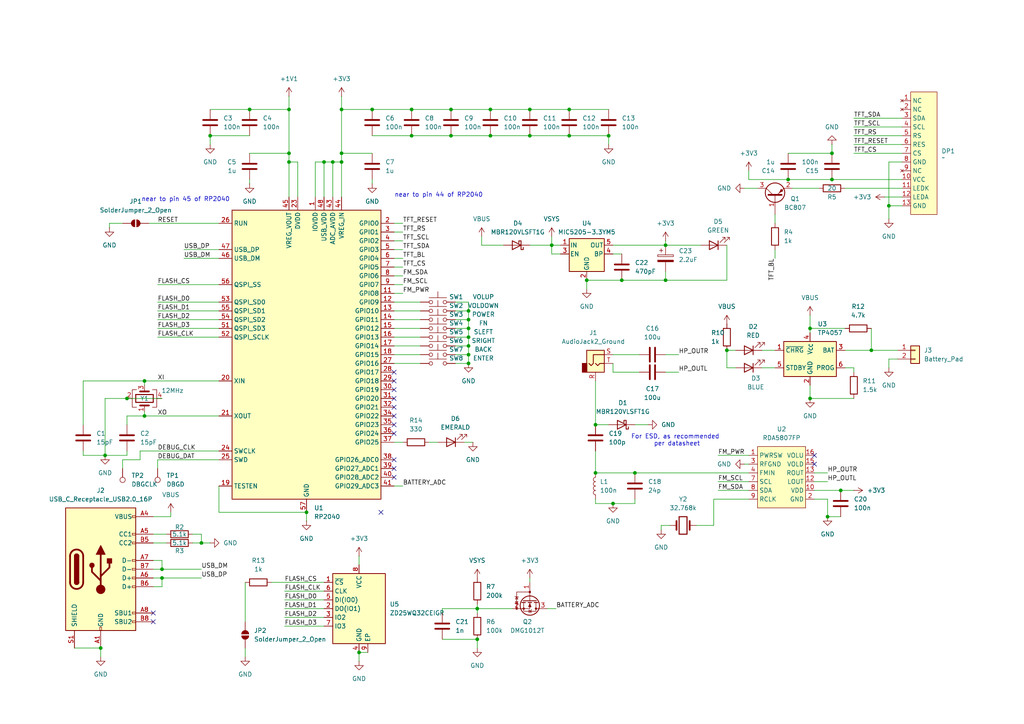
<source format=kicad_sch>
(kicad_sch (version 20231120) (generator "eeschema") (generator_version "8.0")
  (paper "A4")
  (title_block (title "Radianite uFM") (date "2024-10-22") (rev "1.0") (company "(c) 2024 Radianite Computers"))
  (junction (at 138.43 176.53))
  (junction (at 193.04 81.28))
  (junction (at 135.89 95.25))
  (junction (at 60.96 39.37))
  (junction (at 41.91 120.65))
  (junction (at 241.3 44.45))
  (junction (at 99.06 46.99))
  (junction (at 228.6 52.07))
  (junction (at 130.81 31.75))
  (junction (at 135.89 92.71))
  (junction (at 99.06 44.45))
  (junction (at 83.82 31.75))
  (junction (at 142.24 31.75))
  (junction (at 142.24 39.37))
  (junction (at 29.21 187.96))
  (junction (at 72.39 31.75))
  (junction (at 119.38 39.37))
  (junction (at 104.14 189.23))
  (junction (at 135.89 97.79))
  (junction (at 252.73 101.6))
  (junction (at 88.9 148.59))
  (junction (at 119.38 31.75))
  (junction (at 83.82 44.45))
  (junction (at 107.95 31.75))
  (junction (at 241.3 52.07))
  (junction (at 135.89 90.17))
  (junction (at 257.81 59.69))
  (junction (at 240.03 149.86))
  (junction (at 96.52 46.99))
  (junction (at 93.98 46.99))
  (junction (at 36.83 115.57))
  (junction (at 172.72 123.19))
  (junction (at 165.1 39.37))
  (junction (at 58.42 157.48))
  (junction (at 153.67 31.75))
  (junction (at 153.67 39.37))
  (junction (at 176.53 39.37))
  (junction (at 135.89 100.33))
  (junction (at 138.43 185.42))
  (junction (at 180.34 81.28))
  (junction (at 170.18 81.28))
  (junction (at 172.72 137.16))
  (junction (at 99.06 31.75))
  (junction (at 210.82 101.6))
  (junction (at 177.8 146.05))
  (junction (at 160.02 71.12))
  (junction (at 234.95 95.25))
  (junction (at 234.95 115.57))
  (junction (at 83.82 46.99))
  (junction (at 41.91 110.49))
  (junction (at 130.81 39.37))
  (junction (at 135.89 105.41))
  (junction (at 243.84 142.24))
  (junction (at 30.48 132.08))
  (junction (at 135.89 102.87))
  (junction (at 165.1 31.75))
  (junction (at 46.99 167.64))
  (junction (at 193.04 71.12))
  (junction (at 184.15 137.16))
  (junction (at 46.99 165.1))
  (no_connect (at 114.3 133.35))
  (no_connect (at 114.3 135.89))
  (no_connect (at 114.3 118.11))
  (no_connect (at 110.49 148.59))
  (no_connect (at 114.3 107.95))
  (no_connect (at 236.22 134.62))
  (no_connect (at 114.3 125.73))
  (no_connect (at 44.45 180.34))
  (no_connect (at 114.3 113.03))
  (no_connect (at 114.3 123.19))
  (no_connect (at 114.3 115.57))
  (no_connect (at 44.45 177.8))
  (no_connect (at 236.22 132.08))
  (no_connect (at 114.3 110.49))
  (no_connect (at 114.3 120.65))
  (no_connect (at 114.3 138.43))
  (wire (pts (xy 224.79 62.23) (xy 224.79 64.77)))
  (wire (pts (xy 35.56 135.89) (xy 35.56 133.35)))
  (wire (pts (xy 121.92 87.63) (xy 114.3 87.63)))
  (wire (pts (xy 201.93 152.4) (xy 207.01 152.4)))
  (wire (pts (xy 63.5 148.59) (xy 88.9 148.59)))
  (wire (pts (xy 193.04 107.95) (xy 196.85 107.95)))
  (wire (pts (xy 134.62 128.27) (xy 137.16 128.27)))
  (wire (pts (xy 135.89 95.25) (xy 135.89 97.79)))
  (wire (pts (xy 119.38 31.75) (xy 130.81 31.75)))
  (wire (pts (xy 234.95 91.44) (xy 234.95 95.25)))
  (wire (pts (xy 210.82 101.6) (xy 210.82 106.68)))
  (wire (pts (xy 63.5 140.97) (xy 63.5 148.59)))
  (wire (pts (xy 82.55 181.61) (xy 93.98 181.61)))
  (wire (pts (xy 83.82 27.94) (xy 83.82 31.75)))
  (wire (pts (xy 60.96 39.37) (xy 60.96 41.91)))
  (wire (pts (xy 58.42 154.94) (xy 58.42 157.48)))
  (wire (pts (xy 170.18 81.28) (xy 170.18 83.82)))
  (wire (pts (xy 99.06 44.45) (xy 107.95 44.45)))
  (wire (pts (xy 184.15 144.78) (xy 184.15 146.05)))
  (wire (pts (xy 45.72 133.35) (xy 63.5 133.35)))
  (wire (pts (xy 30.48 115.57) (xy 36.83 115.57)))
  (wire (pts (xy 24.13 110.49) (xy 24.13 123.19)))
  (wire (pts (xy 215.9 134.62) (xy 217.17 134.62)))
  (wire (pts (xy 208.28 132.08) (xy 217.17 132.08)))
  (wire (pts (xy 170.18 81.28) (xy 180.34 81.28)))
  (wire (pts (xy 177.8 146.05) (xy 184.15 146.05)))
  (wire (pts (xy 96.52 46.99) (xy 96.52 57.15)))
  (wire (pts (xy 93.98 46.99) (xy 93.98 57.15)))
  (wire (pts (xy 46.99 165.1) (xy 58.42 165.1)))
  (wire (pts (xy 241.3 44.45) (xy 228.6 44.45)))
  (wire (pts (xy 153.67 71.12) (xy 160.02 71.12)))
  (wire (pts (xy 46.99 162.56) (xy 46.99 165.1)))
  (wire (pts (xy 36.83 123.19) (xy 36.83 120.65)))
  (wire (pts (xy 45.72 95.25) (xy 63.5 95.25)))
  (wire (pts (xy 104.14 189.23) (xy 106.68 189.23)))
  (wire (pts (xy 49.53 149.86) (xy 44.45 149.86)))
  (wire (pts (xy 41.91 120.65) (xy 41.91 119.38)))
  (wire (pts (xy 83.82 57.15) (xy 83.82 46.99)))
  (wire (pts (xy 210.82 71.12) (xy 210.82 81.28)))
  (wire (pts (xy 207.01 152.4) (xy 207.01 144.78)))
  (wire (pts (xy 53.34 74.93) (xy 63.5 74.93)))
  (wire (pts (xy 91.44 46.99) (xy 93.98 46.99)))
  (wire (pts (xy 177.8 73.66) (xy 180.34 73.66)))
  (wire (pts (xy 138.43 185.42) (xy 138.43 187.96)))
  (wire (pts (xy 257.81 59.69) (xy 257.81 46.99)))
  (wire (pts (xy 121.92 92.71) (xy 114.3 92.71)))
  (wire (pts (xy 142.24 31.75) (xy 153.67 31.75)))
  (wire (pts (xy 36.83 130.81) (xy 36.83 132.08)))
  (wire (pts (xy 193.04 78.74) (xy 193.04 81.28)))
  (wire (pts (xy 245.11 101.6) (xy 252.73 101.6)))
  (wire (pts (xy 234.95 95.25) (xy 234.95 96.52)))
  (wire (pts (xy 158.75 176.53) (xy 161.29 176.53)))
  (wire (pts (xy 116.84 72.39) (xy 114.3 72.39)))
  (wire (pts (xy 135.89 105.41) (xy 132.08 105.41)))
  (wire (pts (xy 99.06 31.75) (xy 107.95 31.75)))
  (wire (pts (xy 247.65 41.91) (xy 261.62 41.91)))
  (wire (pts (xy 234.95 95.25) (xy 245.11 95.25)))
  (wire (pts (xy 45.72 87.63) (xy 63.5 87.63)))
  (wire (pts (xy 83.82 31.75) (xy 72.39 31.75)))
  (wire (pts (xy 257.81 59.69) (xy 261.62 59.69)))
  (wire (pts (xy 78.74 168.91) (xy 93.98 168.91)))
  (wire (pts (xy 142.24 39.37) (xy 153.67 39.37)))
  (wire (pts (xy 128.27 185.42) (xy 138.43 185.42)))
  (wire (pts (xy 49.53 148.59) (xy 49.53 149.86)))
  (wire (pts (xy 35.56 64.77) (xy 31.75 64.77)))
  (wire (pts (xy 172.72 123.19) (xy 176.53 123.19)))
  (wire (pts (xy 45.72 97.79) (xy 63.5 97.79)))
  (wire (pts (xy 91.44 46.99) (xy 91.44 57.15)))
  (wire (pts (xy 135.89 90.17) (xy 135.89 92.71)))
  (wire (pts (xy 138.43 176.53) (xy 138.43 177.8)))
  (wire (pts (xy 45.72 82.55) (xy 63.5 82.55)))
  (wire (pts (xy 121.92 95.25) (xy 114.3 95.25)))
  (wire (pts (xy 36.83 120.65) (xy 41.91 120.65)))
  (wire (pts (xy 135.89 97.79) (xy 132.08 97.79)))
  (wire (pts (xy 83.82 46.99) (xy 83.82 44.45)))
  (wire (pts (xy 46.99 167.64) (xy 58.42 167.64)))
  (wire (pts (xy 104.14 161.29) (xy 104.14 163.83)))
  (wire (pts (xy 135.89 102.87) (xy 132.08 102.87)))
  (wire (pts (xy 172.72 144.78) (xy 172.72 146.05)))
  (wire (pts (xy 82.55 176.53) (xy 93.98 176.53)))
  (wire (pts (xy 172.72 146.05) (xy 177.8 146.05)))
  (wire (pts (xy 138.43 176.53) (xy 138.43 175.26)))
  (wire (pts (xy 99.06 27.94) (xy 99.06 31.75)))
  (wire (pts (xy 135.89 95.25) (xy 132.08 95.25)))
  (wire (pts (xy 114.3 140.97) (xy 116.84 140.97)))
  (wire (pts (xy 116.84 69.85) (xy 114.3 69.85)))
  (wire (pts (xy 71.12 168.91) (xy 71.12 180.34)))
  (wire (pts (xy 177.8 107.95) (xy 185.42 107.95)))
  (wire (pts (xy 36.83 115.57) (xy 46.99 115.57)))
  (wire (pts (xy 45.72 90.17) (xy 63.5 90.17)))
  (wire (pts (xy 128.27 176.53) (xy 128.27 177.8)))
  (wire (pts (xy 252.73 101.6) (xy 260.35 101.6)))
  (wire (pts (xy 247.65 36.83) (xy 261.62 36.83)))
  (wire (pts (xy 82.55 171.45) (xy 93.98 171.45)))
  (wire (pts (xy 46.99 170.18) (xy 46.99 167.64)))
  (wire (pts (xy 184.15 137.16) (xy 217.17 137.16)))
  (wire (pts (xy 29.21 187.96) (xy 29.21 190.5)))
  (wire (pts (xy 21.59 187.96) (xy 29.21 187.96)))
  (wire (pts (xy 107.95 52.07) (xy 107.95 53.34)))
  (wire (pts (xy 99.06 44.45) (xy 99.06 31.75)))
  (wire (pts (xy 160.02 71.12) (xy 162.56 71.12)))
  (wire (pts (xy 162.56 73.66) (xy 160.02 73.66)))
  (wire (pts (xy 208.28 142.24) (xy 217.17 142.24)))
  (wire (pts (xy 247.65 34.29) (xy 261.62 34.29)))
  (wire (pts (xy 193.04 71.12) (xy 203.2 71.12)))
  (wire (pts (xy 245.11 54.61) (xy 261.62 54.61)))
  (wire (pts (xy 146.05 71.12) (xy 139.7 71.12)))
  (wire (pts (xy 44.45 170.18) (xy 46.99 170.18)))
  (wire (pts (xy 72.39 52.07) (xy 72.39 53.34)))
  (wire (pts (xy 53.34 72.39) (xy 63.5 72.39)))
  (wire (pts (xy 138.43 176.53) (xy 128.27 176.53)))
  (wire (pts (xy 135.89 97.79) (xy 135.89 100.33)))
  (wire (pts (xy 135.89 87.63) (xy 132.08 87.63)))
  (wire (pts (xy 229.87 54.61) (xy 237.49 54.61)))
  (wire (pts (xy 88.9 148.59) (xy 88.9 151.13)))
  (wire (pts (xy 121.92 102.87) (xy 114.3 102.87)))
  (wire (pts (xy 234.95 115.57) (xy 247.65 115.57)))
  (wire (pts (xy 240.03 144.78) (xy 236.22 144.78)))
  (wire (pts (xy 153.67 31.75) (xy 165.1 31.75)))
  (wire (pts (xy 43.18 64.77) (xy 63.5 64.77)))
  (wire (pts (xy 208.28 139.7) (xy 217.17 139.7)))
  (wire (pts (xy 107.95 31.75) (xy 119.38 31.75)))
  (wire (pts (xy 236.22 137.16) (xy 240.03 137.16)))
  (wire (pts (xy 234.95 111.76) (xy 234.95 115.57)))
  (wire (pts (xy 193.04 102.87) (xy 196.85 102.87)))
  (wire (pts (xy 184.15 123.19) (xy 187.96 123.19)))
  (wire (pts (xy 121.92 97.79) (xy 114.3 97.79)))
  (wire (pts (xy 172.72 130.81) (xy 172.72 137.16)))
  (wire (pts (xy 40.64 130.81) (xy 63.5 130.81)))
  (wire (pts (xy 247.65 44.45) (xy 261.62 44.45)))
  (wire (pts (xy 160.02 73.66) (xy 160.02 71.12)))
  (wire (pts (xy 55.88 157.48) (xy 58.42 157.48)))
  (wire (pts (xy 24.13 130.81) (xy 24.13 132.08)))
  (wire (pts (xy 116.84 67.31) (xy 114.3 67.31)))
  (wire (pts (xy 135.89 92.71) (xy 132.08 92.71)))
  (wire (pts (xy 45.72 92.71) (xy 63.5 92.71)))
  (wire (pts (xy 247.65 106.68) (xy 247.65 107.95)))
  (wire (pts (xy 60.96 39.37) (xy 72.39 39.37)))
  (wire (pts (xy 130.81 31.75) (xy 142.24 31.75)))
  (wire (pts (xy 116.84 74.93) (xy 114.3 74.93)))
  (wire (pts (xy 30.48 132.08) (xy 36.83 132.08)))
  (wire (pts (xy 35.56 133.35) (xy 40.64 133.35)))
  (wire (pts (xy 41.91 111.76) (xy 41.91 110.49)))
  (wire (pts (xy 153.67 167.64) (xy 153.67 168.91)))
  (wire (pts (xy 130.81 39.37) (xy 142.24 39.37)))
  (wire (pts (xy 121.92 100.33) (xy 114.3 100.33)))
  (wire (pts (xy 116.84 77.47) (xy 114.3 77.47)))
  (wire (pts (xy 72.39 31.75) (xy 60.96 31.75)))
  (wire (pts (xy 177.8 71.12) (xy 193.04 71.12)))
  (wire (pts (xy 83.82 44.45) (xy 83.82 31.75)))
  (wire (pts (xy 72.39 44.45) (xy 83.82 44.45)))
  (wire (pts (xy 45.72 133.35) (xy 45.72 135.89)))
  (wire (pts (xy 135.89 87.63) (xy 135.89 90.17)))
  (wire (pts (xy 148.59 176.53) (xy 138.43 176.53)))
  (wire (pts (xy 257.81 46.99) (xy 261.62 46.99)))
  (wire (pts (xy 241.3 52.07) (xy 261.62 52.07)))
  (wire (pts (xy 104.14 189.23) (xy 104.14 191.77)))
  (wire (pts (xy 119.38 39.37) (xy 130.81 39.37)))
  (wire (pts (xy 177.8 105.41) (xy 177.8 107.95)))
  (wire (pts (xy 44.45 167.64) (xy 46.99 167.64)))
  (wire (pts (xy 241.3 41.91) (xy 241.3 44.45)))
  (wire (pts (xy 139.7 71.12) (xy 139.7 68.58)))
  (wire (pts (xy 252.73 101.6) (xy 252.73 95.25)))
  (wire (pts (xy 210.82 101.6) (xy 213.36 101.6)))
  (wire (pts (xy 86.36 57.15) (xy 86.36 46.99)))
  (wire (pts (xy 41.91 110.49) (xy 24.13 110.49)))
  (wire (pts (xy 217.17 52.07) (xy 228.6 52.07)))
  (wire (pts (xy 247.65 39.37) (xy 261.62 39.37)))
  (wire (pts (xy 107.95 39.37) (xy 119.38 39.37)))
  (wire (pts (xy 135.89 92.71) (xy 135.89 95.25)))
  (wire (pts (xy 31.75 64.77) (xy 31.75 66.04)))
  (wire (pts (xy 99.06 46.99) (xy 99.06 44.45)))
  (wire (pts (xy 210.82 106.68) (xy 213.36 106.68)))
  (wire (pts (xy 24.13 132.08) (xy 30.48 132.08)))
  (wire (pts (xy 256.54 57.15) (xy 261.62 57.15)))
  (wire (pts (xy 177.8 102.87) (xy 185.42 102.87)))
  (wire (pts (xy 210.82 81.28) (xy 193.04 81.28)))
  (wire (pts (xy 96.52 46.99) (xy 99.06 46.99)))
  (wire (pts (xy 71.12 187.96) (xy 71.12 190.5)))
  (wire (pts (xy 207.01 144.78) (xy 217.17 144.78)))
  (wire (pts (xy 257.81 104.14) (xy 260.35 104.14)))
  (wire (pts (xy 194.31 152.4) (xy 191.77 152.4)))
  (wire (pts (xy 153.67 39.37) (xy 165.1 39.37)))
  (wire (pts (xy 257.81 63.5) (xy 257.81 59.69)))
  (wire (pts (xy 41.91 120.65) (xy 63.5 120.65)))
  (wire (pts (xy 55.88 154.94) (xy 58.42 154.94)))
  (wire (pts (xy 82.55 179.07) (xy 93.98 179.07)))
  (wire (pts (xy 82.55 173.99) (xy 93.98 173.99)))
  (wire (pts (xy 220.98 106.68) (xy 224.79 106.68)))
  (wire (pts (xy 44.45 154.94) (xy 48.26 154.94)))
  (wire (pts (xy 165.1 39.37) (xy 176.53 39.37)))
  (wire (pts (xy 240.03 149.86) (xy 243.84 149.86)))
  (wire (pts (xy 172.72 110.49) (xy 172.72 123.19)))
  (wire (pts (xy 135.89 102.87) (xy 135.89 105.41)))
  (wire (pts (xy 30.48 132.08) (xy 30.48 115.57)))
  (wire (pts (xy 93.98 46.99) (xy 96.52 46.99)))
  (wire (pts (xy 41.91 110.49) (xy 63.5 110.49)))
  (wire (pts (xy 172.72 137.16) (xy 184.15 137.16)))
  (wire (pts (xy 44.45 157.48) (xy 48.26 157.48)))
  (wire (pts (xy 215.9 54.61) (xy 219.71 54.61)))
  (wire (pts (xy 257.81 106.68) (xy 257.81 104.14)))
  (wire (pts (xy 191.77 152.4) (xy 191.77 153.67)))
  (wire (pts (xy 44.45 165.1) (xy 46.99 165.1)))
  (wire (pts (xy 135.89 100.33) (xy 135.89 102.87)))
  (wire (pts (xy 193.04 69.85) (xy 193.04 71.12)))
  (wire (pts (xy 236.22 142.24) (xy 243.84 142.24)))
  (wire (pts (xy 44.45 162.56) (xy 46.99 162.56)))
  (wire (pts (xy 116.84 64.77) (xy 114.3 64.77)))
  (wire (pts (xy 135.89 100.33) (xy 132.08 100.33)))
  (wire (pts (xy 124.46 128.27) (xy 127 128.27)))
  (wire (pts (xy 121.92 90.17) (xy 114.3 90.17)))
  (wire (pts (xy 160.02 68.58) (xy 160.02 71.12)))
  (wire (pts (xy 99.06 46.99) (xy 99.06 57.15)))
  (wire (pts (xy 228.6 52.07) (xy 241.3 52.07)))
  (wire (pts (xy 245.11 106.68) (xy 247.65 106.68)))
  (wire (pts (xy 40.64 133.35) (xy 40.64 130.81)))
  (wire (pts (xy 114.3 128.27) (xy 116.84 128.27)))
  (wire (pts (xy 243.84 142.24) (xy 247.65 142.24)))
  (wire (pts (xy 165.1 31.75) (xy 176.53 31.75)))
  (wire (pts (xy 114.3 85.09) (xy 116.84 85.09)))
  (wire (pts (xy 224.79 72.39) (xy 224.79 74.93)))
  (wire (pts (xy 86.36 46.99) (xy 83.82 46.99)))
  (wire (pts (xy 217.17 49.53) (xy 217.17 52.07)))
  (wire (pts (xy 240.03 149.86) (xy 240.03 144.78)))
  (wire (pts (xy 135.89 90.17) (xy 132.08 90.17)))
  (wire (pts (xy 176.53 39.37) (xy 176.53 41.91)))
  (wire (pts (xy 121.92 105.41) (xy 114.3 105.41)))
  (wire (pts (xy 58.42 157.48) (xy 60.96 157.48)))
  (wire (pts (xy 236.22 139.7) (xy 240.03 139.7)))
  (wire (pts (xy 220.98 101.6) (xy 224.79 101.6)))
  (wire (pts (xy 114.3 80.01) (xy 116.84 80.01)))
  (wire (pts (xy 114.3 82.55) (xy 116.84 82.55)))
  (wire (pts (xy 193.04 81.28) (xy 180.34 81.28)))
  (text "near to pin 45 of RP2040" (at 53.848 57.912 0) (effects (font (size 1.27 1.27))))
  (text "For ESD, as recommended \nper datasheet" (at 196.342 127.762 0) (effects (font (size 1.27 1.27))))
  (text "near to pin 44 of RP2040" (at 127.254 56.642 0) (effects (font (size 1.27 1.27))))
  (label "XI" (at 45.72 110.49 0))
  (label "FM_SCL" (at 116.84 82.55 0))
  (label "FM_SDA" (at 208.28 142.24 0))
  (label "BATTERY_ADC" (at 116.84 140.97 0))
  (label "FLASH_CLK" (at 45.72 97.79 0))
  (label "FLASH_D3" (at 45.72 95.25 0))
  (label "HP_OUTL" (at 240.03 139.7 0))
  (label "FLASH_D1" (at 45.72 90.17 0))
  (label "TFT_CS" (at 116.84 77.47 0))
  (label "TFT_RESET" (at 247.65 41.91 0))
  (label "HP_OUTR" (at 196.85 102.87 0))
  (label "FLASH_D1" (at 82.55 176.53 0))
  (label "FLASH_CS" (at 82.55 168.91 0))
  (label "FLASH_D2" (at 45.72 92.71 0))
  (label "TFT_BL" (at 224.79 74.93 270))
  (label "FM_SCL" (at 208.28 139.7 0))
  (label "FLASH_D0" (at 45.72 87.63 0))
  (label "FLASH_D3" (at 82.55 181.61 0))
  (label "USB_DM" (at 53.34 74.93 0))
  (label "FLASH_D2" (at 82.55 179.07 0))
  (label "FM_PWR" (at 208.28 132.08 0))
  (label "BATTERY_ADC" (at 161.29 176.53 0))
  (label "FM_PWR" (at 116.84 85.09 0))
  (label "USB_DM" (at 58.42 165.1 0))
  (label "TFT_BL" (at 116.84 74.93 0))
  (label "DEBUG_CLK" (at 45.72 130.81 0))
  (label "DEBUG_DAT" (at 45.72 133.35 0))
  (label "FLASH_CS" (at 45.72 82.55 0))
  (label "TFT_CS" (at 247.65 44.45 0))
  (label "XO" (at 45.72 120.65 0))
  (label "USB_DP" (at 53.34 72.39 0))
  (label "TFT_SCL" (at 116.84 69.85 0))
  (label "USB_DP" (at 58.42 167.64 0))
  (label "TFT_RS" (at 247.65 39.37 0))
  (label "TFT_SDA" (at 116.84 72.39 0))
  (label "HP_OUTL" (at 196.85 107.95 0))
  (label "TFT_SDA" (at 247.65 34.29 0))
  (label "RESET" (at 45.72 64.77 0))
  (label "FM_SDA" (at 116.84 80.01 0))
  (label "HP_OUTR" (at 240.03 137.16 0))
  (label "TFT_SCL" (at 247.65 36.83 0))
  (label "FLASH_CLK" (at 82.55 171.45 0))
  (label "TFT_RESET" (at 116.84 64.77 0))
  (label "FLASH_D0" (at 82.55 173.99 0))
  (label "TFT_RS" (at 116.84 67.31 0))
  (symbol (lib_id "Device:C") (at 36.83 127 0) (unit 1)
    (property "Reference" "C2" (at 40.64 125.7299 0) (effects (justify left)))
    (property "Value" "15pF" (at 40.64 128.2699 0) (effects (justify left)))
    (property "Footprint" "Capacitor_SMD:C_0402_1005Metric" (effects (hide yes)))
    (property "Description" "Unpolarized capacitor" (effects (hide yes)))
  )
  (symbol (lib_id "Device:LED") (at 207.01 71.12 180) (unit 1)
    (property "Reference" "D5" (at 208.28 64.262 0))
    (property "Value" "GREEN" (at 208.28 66.802 0))
    (property "Footprint" "LED_SMD:LED_0402_1005Metric" (effects (hide yes)))
    (property "Description" "Light emitting diode" (effects (hide yes)))
  )
  (symbol (lib_id "power:GND") (at 187.96 123.19 90) (unit 1)
    (property "Reference" "#PWR019" (effects (hide yes)))
    (property "Value" "GND" (at 191.77 123.1899 90) (effects (justify right)))
    (property "Description" "Power symbol creates a global label with name \"GND\" , ground" (effects (hide yes)))
  )
  (symbol (lib_id "Device:R") (at 210.82 97.79 0) (unit 1)
    (property "Reference" "R10" (at 206.248 96.52 0) (effects (justify left)))
    (property "Value" "1k" (at 206.248 99.06 0) (effects (justify left)))
    (property "Footprint" "Resistor_SMD:R_0402_1005Metric" (effects (hide yes)))
    (property "Description" "Resistor" (effects (hide yes)))
  )
  (symbol (lib_id "Device:C") (at 107.95 48.26 0) (unit 1)
    (property "Reference" "C7" (at 111.76 46.9899 0) (effects (justify left)))
    (property "Value" "1u" (at 111.76 49.5299 0) (effects (justify left)))
    (property "Footprint" "Capacitor_SMD:C_0402_1005Metric" (effects (hide yes)))
    (property "Description" "Unpolarized capacitor" (effects (hide yes)))
  )
  (symbol (lib_id "power:GND") (at 170.18 83.82 0) (unit 1)
    (property "Reference" "#PWR032" (effects (hide yes)))
    (property "Value" "GND" (at 170.18 88.9 0))
    (property "Description" "Power symbol creates a global label with name \"GND\" , ground" (effects (hide yes)))
  )
  (symbol (lib_id "Device:R") (at 52.07 154.94 90) (unit 1)
    (property "Reference" "R2" (at 52.07 152.908 90))
    (property "Value" "5.1k" (at 52.07 154.94 90))
    (property "Footprint" "Resistor_SMD:R_0402_1005Metric" (effects (hide yes)))
    (property "Description" "Resistor" (effects (hide yes)))
  )
  (symbol (lib_id "Switch:SW_Push") (at 127 92.71 0) (unit 1)
    (property "Reference" "SW3" (at 132.334 91.186 0))
    (property "Value" "POWER" (at 140.208 91.186 0))
    (property "Footprint" "Button_Switch_SMD:SW_Push_1P1T-MP_NO_Horizontal_Alps_SKRTLAE010" (effects (hide yes)))
    (property "Description" "Push button switch, generic, two pins" (effects (hide yes)))
  )
  (symbol (lib_id "power:GND") (at 191.77 153.67 0) (unit 1)
    (property "Reference" "#PWR015" (effects (hide yes)))
    (property "Value" "GND" (at 191.77 158.75 0))
    (property "Description" "Power symbol creates a global label with name \"GND\" , ground" (effects (hide yes)))
  )
  (symbol (lib_id "Device:Crystal_GND24") (at 41.91 115.57 90) (unit 1)
    (property "Reference" "Y1" (at 41.91 115.57 90))
    (property "Value" "12MHz" (at 50.038 113.284 90))
    (property "Footprint" "Crystal:Crystal_SMD_2520-4Pin_2.5x2.0mm" (effects (hide yes)))
    (property "Description" "Four pin crystal, GND on pins 2 and 4" (effects (hide yes)))
  )
  (symbol (lib_id "Transistor_FET:DMG1012T") (at 153.67 173.99 270) (unit 1)
    (property "Reference" "Q2" (at 152.9715 180.34 90))
    (property "Value" "DMG1012T" (at 152.9715 182.88 90))
    (property "Footprint" "Package_TO_SOT_SMD:SOT-523" (effects (hide yes)))
    (property "Datasheet" "https://www.diodes.com/assets/Datasheets/ds31783.pdf" (effects (hide yes)))
    (property "Description" "20V Vds, 0.63 Id, N-Channel MOSFET with ESD protection, SOT-523" (effects (hide yes)))
  )
  (symbol (lib_id "Device:LED") (at 130.81 128.27 180) (unit 1)
    (property "Reference" "D6" (at 132.08 121.412 0))
    (property "Value" "EMERALD" (at 132.08 123.952 0))
    (property "Footprint" "LED_SMD:LED_0402_1005Metric" (effects (hide yes)))
    (property "Description" "Light emitting diode" (effects (hide yes)))
  )
  (symbol (lib_id "power:GND") (at 60.96 157.48 90) (unit 1)
    (property "Reference" "#PWR025" (effects (hide yes)))
    (property "Value" "GND" (at 64.77 157.4799 90) (effects (justify right)))
    (property "Description" "Power symbol creates a global label with name \"GND\" , ground" (effects (hide yes)))
  )
  (symbol (lib_id "Device:R") (at 74.93 168.91 90) (unit 1)
    (property "Reference" "R13" (at 74.93 162.56 90))
    (property "Value" "1k" (at 74.93 165.1 90))
    (property "Footprint" "Resistor_SMD:R_0402_1005Metric" (effects (hide yes)))
    (property "Description" "Resistor" (effects (hide yes)))
  )
  (symbol (lib_id "power:GND") (at 31.75 66.04 0) (unit 1)
    (property "Reference" "#PWR08" (effects (hide yes)))
    (property "Value" "GND" (at 31.75 71.12 0))
    (property "Description" "Power symbol creates a global label with name \"GND\" , ground" (effects (hide yes)))
  )
  (symbol (lib_id "Memory_Flash:W25Q32JVZP") (at 104.14 176.53 0) (unit 1)
    (property "Reference" "U5" (at 113.03 175.2599 0) (effects (justify left)))
    (property "Value" "ZD25WQ32CEIGR" (at 113.03 177.7999 0) (effects (justify left)))
    (property "Footprint" "Package_SON:Winbond_USON-8-1EP_3x2mm_P0.5mm_EP0.2x1.6mm" (effects (hide yes)))
    (property "Datasheet" "http://www.winbond.com/resource-files/w25q32jv%20revg%2003272018%20plus.pdf" (effects (hide yes)))
    (property "Description" "32Mb Serial Flash Memory, Standard/Dual/Quad SPI, DFN-8" (effects (hide yes)))
  )
  (symbol (lib_id "Device:D_Schottky") (at 180.34 123.19 180) (unit 1)
    (property "Reference" "D1" (at 180.6575 116.84 0))
    (property "Value" "MBR120VLSFT1G" (at 180.6575 119.38 0))
    (property "Footprint" "Diode_SMD:D_SOD-123F" (effects (hide yes)))
    (property "Description" "Schottky diode" (effects (hide yes)))
  )
  (symbol (lib_id "power:VBUS") (at 210.82 93.98 0) (unit 1)
    (property "Reference" "#PWR026" (effects (hide yes)))
    (property "Value" "VBUS" (at 210.82 88.9 0))
    (property "Description" "Power symbol creates a global label with name \"VBUS\"" (effects (hide yes)))
  )
  (symbol (lib_id "Device:C") (at 60.96 35.56 0) (unit 1)
    (property "Reference" "C3" (at 64.77 34.2899 0) (effects (justify left)))
    (property "Value" "100n" (at 64.77 36.8299 0) (effects (justify left)))
    (property "Footprint" "Capacitor_SMD:C_0402_1005Metric" (effects (hide yes)))
    (property "Description" "Unpolarized capacitor" (effects (hide yes)))
  )
  (symbol (lib_id "power:+3V3") (at 193.04 69.85 0) (unit 1)
    (property "Reference" "#PWR033" (effects (hide yes)))
    (property "Value" "+3V3" (at 193.04 64.77 0))
    (property "Description" "Power symbol creates a global label with name \"+3V3\"" (effects (hide yes)))
  )
  (symbol (lib_id "power:GND") (at 257.81 63.5 0) (unit 1)
    (property "Reference" "#PWR010" (effects (hide yes)))
    (property "Value" "GND" (at 257.81 68.58 0))
    (property "Description" "Power symbol creates a global label with name \"GND\" , ground" (effects (hide yes)))
  )
  (symbol (lib_id "Device:R") (at 247.65 111.76 0) (unit 1)
    (property "Reference" "R11" (at 250.19 110.4899 0) (effects (justify left)))
    (property "Value" "1.5k" (at 250.19 113.0299 0) (effects (justify left)))
    (property "Footprint" "Resistor_SMD:R_0402_1005Metric" (effects (hide yes)))
    (property "Description" "Resistor" (effects (hide yes)))
  )
  (symbol (lib_id "Connector_Generic:Conn_01x02") (at 265.43 101.6 0) (unit 1)
    (property "Reference" "J3" (at 267.97 101.5999 0) (effects (justify left)))
    (property "Value" "Battery_Pad" (at 267.97 104.1399 0) (effects (justify left)))
    (property "Footprint" "Connector_Wire:SolderWire-0.1sqmm_1x02_P3.6mm_D0.4mm_OD1mm" (effects (hide yes)))
    (property "Description" "Generic connector, single row, 01x02, script generated (kicad-library-utils/schlib/autogen/connector/)" (effects (hide yes)))
  )
  (symbol (lib_id "power:GND") (at 71.12 190.5 0) (unit 1)
    (property "Reference" "#PWR035" (effects (hide yes)))
    (property "Value" "GND" (at 71.12 195.58 0))
    (property "Description" "Power symbol creates a global label with name \"GND\" , ground" (effects (hide yes)))
  )
  (symbol (lib_id "Device:D_Schottky") (at 149.86 71.12 180) (unit 1)
    (property "Reference" "D4" (at 150.1775 64.77 0))
    (property "Value" "MBR120VLSFT1G" (at 150.1775 67.31 0))
    (property "Footprint" "Diode_SMD:D_SOD-123F" (effects (hide yes)))
    (property "Description" "Schottky diode" (effects (hide yes)))
  )
  (symbol (lib_id "MCU_RaspberryPi:RP2040") (at 88.9 102.87 0) (unit 1)
    (property "Reference" "U1" (at 91.0941 147.32 0) (effects (justify left)))
    (property "Value" "RP2040" (at 91.0941 149.86 0) (effects (justify left)))
    (property "Footprint" "Package_DFN_QFN:QFN-56-1EP_7x7mm_P0.4mm_EP3.2x3.2mm" (effects (hide yes)))
    (property "Datasheet" "https://datasheets.raspberrypi.com/rp2040/rp2040-datasheet.pdf" (effects (hide yes)))
    (property "Description" "A microcontroller by Raspberry Pi" (effects (hide yes)))
  )
  (symbol (lib_id "Device:R") (at 138.43 171.45 0) (unit 1)
    (property "Reference" "R7" (at 140.97 170.1799 0) (effects (justify left)))
    (property "Value" "200k" (at 140.97 172.7199 0) (effects (justify left)))
    (property "Footprint" "Resistor_SMD:R_0402_1005Metric" (effects (hide yes)))
    (property "Description" "Resistor" (effects (hide yes)))
  )
  (symbol (lib_id "Device:R") (at 138.43 181.61 0) (unit 1)
    (property "Reference" "R6" (at 140.97 180.3399 0) (effects (justify left)))
    (property "Value" "100k" (at 140.97 182.8799 0) (effects (justify left)))
    (property "Footprint" "Resistor_SMD:R_0402_1005Metric" (effects (hide yes)))
    (property "Description" "Resistor" (effects (hide yes)))
  )
  (symbol (lib_id "Battery_Management:TP4057") (at 234.95 104.14 0) (unit 1)
    (property "Reference" "U3" (at 237.1441 93.98 0) (effects (justify left)))
    (property "Value" "TP4057" (at 237.1441 96.52 0) (effects (justify left)))
    (property "Footprint" "Package_TO_SOT_SMD:TSOT-23-6" (effects (hide yes)))
    (property "Datasheet" "http://toppwr.com/uploadfile/file/20230304/640302a47b738.pdf" (effects (hide yes)))
    (property "Description" "Constant-current/constant-voltage linear charger for single cell lithium-ion batteries with 2.9V Trickle Charge, 4.5V to 6.5V VDD, -40 to +85 degree Celsius, TSOT-23-5" (effects (hide yes)))
  )
  (symbol (lib_id "Device:C") (at 172.72 127 0) (unit 1)
    (property "Reference" "C19" (at 176.53 125.7299 0) (effects (justify left)))
    (property "Value" "100p" (at 176.53 128.2699 0) (effects (justify left)))
    (property "Footprint" "Capacitor_SMD:C_0603_1608Metric" (effects (hide yes)))
    (property "Description" "Unpolarized capacitor" (effects (hide yes)))
  )
  (symbol (lib_id "power:GND") (at 107.95 53.34 0) (unit 1)
    (property "Reference" "#PWR07" (effects (hide yes)))
    (property "Value" "GND" (at 107.95 58.42 0))
    (property "Description" "Power symbol creates a global label with name \"GND\" , ground" (effects (hide yes)))
  )
  (symbol (lib_id "Device:C") (at 24.13 127 0) (unit 1)
    (property "Reference" "C1" (at 27.94 125.7299 0) (effects (justify left)))
    (property "Value" "15pF" (at 27.94 128.2699 0) (effects (justify left)))
    (property "Footprint" "Capacitor_SMD:C_0402_1005Metric" (effects (hide yes)))
    (property "Description" "Unpolarized capacitor" (effects (hide yes)))
  )
  (symbol (lib_id "power:+3V3") (at 99.06 27.94 0) (unit 1)
    (property "Reference" "#PWR06" (effects (hide yes)))
    (property "Value" "+3V3" (at 99.06 22.86 0))
    (property "Description" "Power symbol creates a global label with name \"+3V3\"" (effects (hide yes)))
  )
  (symbol (lib_id "power:GND") (at 240.03 149.86 0) (unit 1)
    (property "Reference" "#PWR016" (effects (hide yes)))
    (property "Value" "GND" (at 240.03 154.94 0))
    (property "Description" "Power symbol creates a global label with name \"GND\" , ground" (effects (hide yes)))
  )
  (symbol (lib_id "Device:C") (at 228.6 48.26 180) (unit 1)
    (property "Reference" "C14" (at 224.79 49.5301 0) (effects (justify left)))
    (property "Value" "1u" (at 224.79 46.9901 0) (effects (justify left)))
    (property "Footprint" "Capacitor_SMD:C_0402_1005Metric" (effects (hide yes)))
    (property "Description" "Unpolarized capacitor" (effects (hide yes)))
  )
  (symbol (lib_id "Device:R") (at 248.92 95.25 90) (unit 1)
    (property "Reference" "R12" (at 248.92 88.9 90))
    (property "Value" "4.7k" (at 248.92 91.44 90))
    (property "Footprint" "Resistor_SMD:R_0402_1005Metric" (effects (hide yes)))
    (property "Description" "Resistor" (effects (hide yes)))
  )
  (symbol (lib_id "power:+3V3") (at 247.65 142.24 270) (unit 1)
    (property "Reference" "#PWR020" (effects (hide yes)))
    (property "Value" "+3V3" (at 251.46 142.2399 90) (effects (justify left)))
    (property "Description" "Power symbol creates a global label with name \"+3V3\"" (effects (hide yes)))
  )
  (symbol (lib_id "Device:C") (at 243.84 146.05 0) (unit 1)
    (property "Reference" "C20" (at 247.65 144.7799 0) (effects (justify left)))
    (property "Value" "100n" (at 247.65 147.3199 0) (effects (justify left)))
    (property "Footprint" "Capacitor_SMD:C_0603_1608Metric" (effects (hide yes)))
    (property "Description" "Unpolarized capacitor" (effects (hide yes)))
  )
  (symbol (lib_id "Device:R") (at 120.65 128.27 90) (unit 1)
    (property "Reference" "R14" (at 120.65 121.92 90))
    (property "Value" "330" (at 120.65 124.46 90))
    (property "Footprint" "Resistor_SMD:R_0402_1005Metric" (effects (hide yes)))
    (property "Description" "Resistor" (effects (hide yes)))
  )
  (symbol (lib_id "Connector:TestPoint") (at 35.56 135.89 180) (unit 1)
    (property "Reference" "TP2" (at 38.1 137.9219 0) (effects (justify right)))
    (property "Value" "DBGCLK" (at 38.1 140.4619 0) (effects (justify right)))
    (property "Footprint" "TestPoint:TestPoint_Pad_D1.0mm" (effects (hide yes)))
    (property "Description" "test point" (effects (hide yes)))
  )
  (symbol (lib_id "power:GND") (at 215.9 54.61 270) (unit 1)
    (property "Reference" "#PWR014" (effects (hide yes)))
    (property "Value" "GND" (at 212.09 54.6099 90) (effects (justify right)))
    (property "Description" "Power symbol creates a global label with name \"GND\" , ground" (effects (hide yes)))
  )
  (symbol (lib_id "Device:C") (at 107.95 35.56 0) (unit 1)
    (property "Reference" "C6" (at 111.76 34.2899 0) (effects (justify left)))
    (property "Value" "100n" (at 111.76 36.8299 0) (effects (justify left)))
    (property "Footprint" "Capacitor_SMD:C_0402_1005Metric" (effects (hide yes)))
    (property "Description" "Unpolarized capacitor" (effects (hide yes)))
  )
  (symbol (lib_id "power:GND") (at 138.43 187.96 0) (unit 1)
    (property "Reference" "#PWR022" (effects (hide yes)))
    (property "Value" "GND" (at 138.43 193.04 0))
    (property "Description" "Power symbol creates a global label with name \"GND\" , ground" (effects (hide yes)))
  )
  (symbol (lib_id "Device:C") (at 119.38 35.56 0) (unit 1)
    (property "Reference" "C8" (at 123.19 34.2899 0) (effects (justify left)))
    (property "Value" "100n" (at 123.19 36.8299 0) (effects (justify left)))
    (property "Footprint" "Capacitor_SMD:C_0402_1005Metric" (effects (hide yes)))
    (property "Description" "Unpolarized capacitor" (effects (hide yes)))
  )
  (symbol (lib_id "Device:C") (at 165.1 35.56 0) (unit 1)
    (property "Reference" "C12" (at 168.91 34.2899 0) (effects (justify left)))
    (property "Value" "100n" (at 168.91 36.8299 0) (effects (justify left)))
    (property "Footprint" "Capacitor_SMD:C_0402_1005Metric" (effects (hide yes)))
    (property "Description" "Unpolarized capacitor" (effects (hide yes)))
  )
  (symbol (lib_id "power:GND") (at 241.3 41.91 180) (unit 1)
    (property "Reference" "#PWR013" (effects (hide yes)))
    (property "Value" "GND" (at 241.3 36.83 0))
    (property "Description" "Power symbol creates a global label with name \"GND\" , ground" (effects (hide yes)))
  )
  (symbol (lib_id "power:VBUS") (at 49.53 148.59 0) (unit 1)
    (property "Reference" "#PWR024" (effects (hide yes)))
    (property "Value" "VBUS" (at 49.53 143.51 0))
    (property "Description" "Power symbol creates a global label with name \"VBUS\"" (effects (hide yes)))
  )
  (symbol (lib_id "Device:C_Polarized") (at 193.04 74.93 0) (unit 1)
    (property "Reference" "C23" (at 196.85 72.771 0) (effects (justify left)))
    (property "Value" "2.2uF" (at 196.85 75.311 0) (effects (justify left)))
    (property "Footprint" "Capacitor_Tantalum_SMD:CP_EIA-1608-08_AVX-J" (effects (hide yes)))
    (property "Description" "Polarized capacitor" (effects (hide yes)))
  )
  (symbol (lib_id "Transistor_BJT:BC807") (at 224.79 57.15 90) (unit 1)
    (property "Reference" "Q1" (at 230.632 57.658 90))
    (property "Value" "BC807" (at 230.632 60.198 90))
    (property "Footprint" "Package_TO_SOT_SMD:SOT-23" (effects (hide yes)))
    (property "Datasheet" "https://www.onsemi.com/pub/Collateral/BC808-D.pdf" (effects (hide yes)))
    (property "Description" "0.8A Ic, 45V Vce, PNP Transistor, SOT-23" (effects (hide yes)))
  )
  (symbol (lib_id "Switch:SW_Push") (at 127 97.79 0) (unit 1)
    (property "Reference" "SW5" (at 132.334 96.266 0))
    (property "Value" "SLEFT" (at 140.208 96.266 0))
    (property "Footprint" "Button_Switch_SMD:SW_Push_1P1T_NO_Vertical_Wuerth_434133025816" (effects (hide yes)))
    (property "Description" "Push button switch, generic, two pins" (effects (hide yes)))
  )
  (symbol (lib_id "Jumper:SolderJumper_2_Open") (at 71.12 184.15 270) (unit 1) (exclude_from_sim yes) (in_bom no)
    (property "Reference" "JP2" (at 73.66 182.8799 90) (effects (justify left)))
    (property "Value" "SolderJumper_2_Open" (at 73.66 185.4199 90) (effects (justify left)))
    (property "Footprint" "Jumper:SolderJumper-2_P1.3mm_Open_Pad1.0x1.5mm" (effects (hide yes)))
    (property "Description" "Solder Jumper, 2-pole, open" (effects (hide yes)))
  )
  (symbol (lib_id "power:VBUS") (at 138.43 167.64 0) (unit 1)
    (property "Reference" "#PWR034" (effects (hide yes)))
    (property "Value" "VSYS" (at 138.43 162.56 0))
    (property "Description" "Power symbol creates a global label with name \"VBUS\"" (effects (hide yes)))
  )
  (symbol (lib_id "Device:C") (at 176.53 35.56 0) (unit 1)
    (property "Reference" "C13" (at 180.34 34.2899 0) (effects (justify left)))
    (property "Value" "100n" (at 180.34 36.8299 0) (effects (justify left)))
    (property "Footprint" "Capacitor_SMD:C_0402_1005Metric" (effects (hide yes)))
    (property "Description" "Unpolarized capacitor" (effects (hide yes)))
  )
  (symbol (lib_id "Device:L") (at 172.72 140.97 180) (unit 1)
    (property "Reference" "L1" (at 173.99 139.6999 0) (effects (justify right)))
    (property "Value" "100n" (at 173.99 142.2399 0) (effects (justify right)))
    (property "Footprint" "Inductor_SMD:L_0603_1608Metric" (effects (hide yes)))
    (property "Description" "Inductor" (effects (hide yes)))
  )
  (symbol (lib_id "Device:Crystal") (at 198.12 152.4 0) (unit 1)
    (property "Reference" "Y2" (at 198.12 144.78 0))
    (property "Value" "32.768k" (at 198.12 147.32 0))
    (property "Footprint" "Crystal:Crystal_SMD_0603-2Pin_6.0x3.5mm" (effects (hide yes)))
    (property "Description" "Two pin crystal" (effects (hide yes)))
  )
  (symbol (lib_id "Switch:SW_Push") (at 127 87.63 0) (unit 1)
    (property "Reference" "SW1" (at 132.334 86.106 0))
    (property "Value" "VOLUP" (at 140.208 86.106 0))
    (property "Footprint" "Button_Switch_SMD:SW_Push_1P1T-MP_NO_Horizontal_Alps_SKRTLAE010" (effects (hide yes)))
    (property "Description" "Push button switch, generic, two pins" (effects (hide yes)))
  )
  (symbol (lib_id "power:VBUS") (at 139.7 68.58 0) (unit 1)
    (property "Reference" "#PWR030" (effects (hide yes)))
    (property "Value" "VBUS" (at 139.7 63.5 0))
    (property "Description" "Power symbol creates a global label with name \"VBUS\"" (effects (hide yes)))
  )
  (symbol (lib_id "Device:C") (at 189.23 102.87 90) (unit 1)
    (property "Reference" "C16" (at 189.23 95.25 90))
    (property "Value" "100u" (at 189.23 97.79 90))
    (property "Footprint" "Capacitor_SMD:C_0603_1608Metric" (effects (hide yes)))
    (property "Description" "Unpolarized capacitor" (effects (hide yes)))
  )
  (symbol (lib_id "LocalLibs:RDA5807FP") (at 226.06 138.43 0) (unit 1)
    (property "Reference" "U2" (at 226.695 124.46 0))
    (property "Value" "RDA5807FP" (at 226.695 127 0))
    (property "Footprint" "Package_SO:SOP-16_3.9x9.9mm_P1.27mm" (effects (hide yes)))
  )
  (symbol (lib_id "Switch:SW_Push") (at 127 90.17 0) (unit 1)
    (property "Reference" "SW2" (at 132.334 88.646 0))
    (property "Value" "VOLDOWN" (at 140.208 88.646 0))
    (property "Footprint" "Button_Switch_SMD:SW_Push_1P1T-MP_NO_Horizontal_Alps_SKRTLAE010" (effects (hide yes)))
    (property "Description" "Push button switch, generic, two pins" (effects (hide yes)))
  )
  (symbol (lib_id "Device:C") (at 184.15 140.97 0) (unit 1)
    (property "Reference" "C18" (at 187.96 139.6999 0) (effects (justify left)))
    (property "Value" "24p" (at 187.96 142.2399 0) (effects (justify left)))
    (property "Footprint" "Capacitor_SMD:C_0603_1608Metric" (effects (hide yes)))
    (property "Description" "Unpolarized capacitor" (effects (hide yes)))
  )
  (symbol (lib_id "Device:C") (at 241.3 48.26 180) (unit 1)
    (property "Reference" "C15" (at 237.49 49.5301 0) (effects (justify left)))
    (property "Value" "100n" (at 237.49 46.9901 0) (effects (justify left)))
    (property "Footprint" "Capacitor_SMD:C_0402_1005Metric" (effects (hide yes)))
    (property "Description" "Unpolarized capacitor" (effects (hide yes)))
  )
  (symbol (lib_id "Device:C") (at 142.24 35.56 0) (unit 1)
    (property "Reference" "C10" (at 146.05 34.2899 0) (effects (justify left)))
    (property "Value" "100n" (at 146.05 36.8299 0) (effects (justify left)))
    (property "Footprint" "Capacitor_SMD:C_0402_1005Metric" (effects (hide yes)))
    (property "Description" "Unpolarized capacitor" (effects (hide yes)))
  )
  (symbol (lib_id "Switch:SW_Push") (at 127 95.25 0) (unit 1)
    (property "Reference" "SW4" (at 132.334 93.726 0))
    (property "Value" "FN" (at 140.208 93.726 0))
    (property "Footprint" "Button_Switch_SMD:SW_Push_1P1T-MP_NO_Horizontal_Alps_SKRTLAE010" (effects (hide yes)))
    (property "Description" "Push button switch, generic, two pins" (effects (hide yes)))
  )
  (symbol (lib_id "Connector:USB_C_Receptacle_USB2.0_16P") (at 29.21 165.1 0) (unit 1)
    (property "Reference" "J2" (at 29.21 142.24 0))
    (property "Value" "USB_C_Receptacle_USB2.0_16P" (at 29.21 144.78 0))
    (property "Footprint" "Connector_USB:USB_C_Receptacle_GCT_USB4105-xx-A_16P_TopMnt_Horizontal" (effects (hide yes)))
    (property "Datasheet" "https://www.usb.org/sites/default/files/documents/usb_type-c.zip" (effects (hide yes)))
    (property "Description" "USB 2.0-only 16P Type-C Receptacle connector" (effects (hide yes)))
  )
  (symbol (lib_id "power:GND") (at 29.21 190.5 0) (unit 1)
    (property "Reference" "#PWR023" (effects (hide yes)))
    (property "Value" "GND" (at 29.21 195.58 0))
    (property "Description" "Power symbol creates a global label with name \"GND\" , ground" (effects (hide yes)))
  )
  (symbol (lib_id "Device:LED") (at 217.17 106.68 180) (unit 1)
    (property "Reference" "D3" (at 219.202 109.728 0))
    (property "Value" "BLUE" (at 219.202 112.268 0))
    (property "Footprint" "LED_SMD:LED_0402_1005Metric" (effects (hide yes)))
    (property "Description" "Light emitting diode" (effects (hide yes)))
  )
  (symbol (lib_id "power:GND") (at 215.9 134.62 270) (unit 1)
    (property "Reference" "#PWR017" (effects (hide yes)))
    (property "Value" "GND" (at 212.09 134.6199 90) (effects (justify right)))
    (property "Description" "Power symbol creates a global label with name \"GND\" , ground" (effects (hide yes)))
  )
  (symbol (lib_id "Device:R") (at 224.79 68.58 180) (unit 1)
    (property "Reference" "R4" (at 227.33 67.3099 0) (effects (justify right)))
    (property "Value" "1k" (at 227.33 69.8499 0) (effects (justify right)))
    (property "Footprint" "Resistor_SMD:R_0402_1005Metric" (effects (hide yes)))
    (property "Description" "Resistor" (effects (hide yes)))
  )
  (symbol (lib_id "power:GND") (at 88.9 151.13 0) (unit 1)
    (property "Reference" "#PWR05" (effects (hide yes)))
    (property "Value" "GND" (at 88.9 156.21 0))
    (property "Description" "Power symbol creates a global label with name \"GND\" , ground" (effects (hide yes)))
  )
  (symbol (lib_id "Device:R") (at 52.07 157.48 90) (unit 1)
    (property "Reference" "R3" (at 52.07 159.766 90))
    (property "Value" "5.1k" (at 52.07 157.48 90))
    (property "Footprint" "Resistor_SMD:R_0402_1005Metric" (effects (hide yes)))
    (property "Description" "Resistor" (effects (hide yes)))
  )
  (symbol (lib_id "power:GND") (at 72.39 53.34 0) (unit 1)
    (property "Reference" "#PWR03" (effects (hide yes)))
    (property "Value" "GND" (at 72.39 58.42 0))
    (property "Description" "Power symbol creates a global label with name \"GND\" , ground" (effects (hide yes)))
  )
  (symbol (lib_id "Device:C") (at 180.34 77.47 0) (unit 1)
    (property "Reference" "C22" (at 184.15 76.2 0) (effects (justify left)))
    (property "Value" "470pF" (at 184.15 78.74 0) (effects (justify left)))
    (property "Footprint" "Capacitor_SMD:C_0402_1005Metric" (effects (hide yes)))
    (property "Description" "Unpolarized capacitor" (effects (hide yes)))
  )
  (symbol (lib_id "Switch:SW_Push") (at 127 105.41 0) (unit 1)
    (property "Reference" "SW8" (at 132.334 103.886 0))
    (property "Value" "ENTER" (at 140.208 103.886 0))
    (property "Footprint" "Button_Switch_SMD:SW_Push_1P1T_NO_Vertical_Wuerth_434133025816" (effects (hide yes)))
    (property "Description" "Push button switch, generic, two pins" (effects (hide yes)))
  )
  (symbol (lib_id "Device:C") (at 72.39 48.26 0) (mirror y) (unit 1)
    (property "Reference" "C5" (at 68.58 46.9899 0) (effects (justify left)))
    (property "Value" "1u" (at 68.58 49.5299 0) (effects (justify left)))
    (property "Footprint" "Capacitor_SMD:C_0402_1005Metric" (effects (hide yes)))
    (property "Description" "Unpolarized capacitor" (effects (hide yes)))
  )
  (symbol (lib_id "power:GND") (at 176.53 41.91 0) (unit 1)
    (property "Reference" "#PWR09" (effects (hide yes)))
    (property "Value" "GND" (at 176.53 46.99 0))
    (property "Description" "Power symbol creates a global label with name \"GND\" , ground" (effects (hide yes)))
  )
  (symbol (lib_id "Switch:SW_Push") (at 127 100.33 0) (unit 1)
    (property "Reference" "SW6" (at 132.334 98.806 0))
    (property "Value" "SRIGHT" (at 140.208 98.806 0))
    (property "Footprint" "Button_Switch_SMD:SW_Push_1P1T_NO_Vertical_Wuerth_434133025816" (effects (hide yes)))
    (property "Description" "Push button switch, generic, two pins" (effects (hide yes)))
  )
  (symbol (lib_id "Device:C") (at 128.27 181.61 0) (unit 1)
    (property "Reference" "C21" (at 132.08 180.3399 0) (effects (justify left)))
    (property "Value" "1n" (at 132.08 182.8799 0) (effects (justify left)))
    (property "Footprint" "Capacitor_SMD:C_0402_1005Metric" (effects (hide yes)))
    (property "Description" "Unpolarized capacitor" (effects (hide yes)))
  )
  (symbol (lib_id "power:+3V3") (at 256.54 57.15 90) (unit 1)
    (property "Reference" "#PWR011" (effects (hide yes)))
    (property "Value" "+3V3" (at 252.73 57.1499 90) (effects (justify left)))
    (property "Description" "Power symbol creates a global label with name \"+3V3\"" (effects (hide yes)))
  )
  (symbol (lib_id "Regulator_Linear:MIC5205-3.3YM5") (at 170.18 73.66 0) (unit 1)
    (property "Reference" "U4" (at 170.18 64.77 0))
    (property "Value" "MIC5205-3.3YM5" (at 170.18 67.31 0))
    (property "Footprint" "Package_TO_SOT_SMD:SOT-23-5" (effects (hide yes)))
    (property "Datasheet" "http://ww1.microchip.com/downloads/en/DeviceDoc/20005785A.pdf" (effects (hide yes)))
    (property "Description" "150mA low dropout linear regulator, fixed 3.3V output, SOT-23-5" (effects (hide yes)))
  )
  (symbol (lib_id "power:GND") (at 137.16 128.27 0) (unit 1)
    (property "Reference" "#PWR039" (effects (hide yes)))
    (property "Value" "GND" (at 137.16 133.35 0))
    (property "Description" "Power symbol creates a global label with name \"GND\" , ground" (effects (hide yes)))
  )
  (symbol (lib_id "Switch:SW_Push") (at 127 102.87 0) (unit 1)
    (property "Reference" "SW7" (at 132.334 101.346 0))
    (property "Value" "BACK" (at 140.208 101.346 0))
    (property "Footprint" "Button_Switch_SMD:SW_Push_1P1T_NO_Vertical_Wuerth_434133025816" (effects (hide yes)))
    (property "Description" "Push button switch, generic, two pins" (effects (hide yes)))
  )
  (symbol (lib_id "power:+3V3") (at 104.14 161.29 0) (unit 1)
    (property "Reference" "#PWR036" (effects (hide yes)))
    (property "Value" "+3V3" (at 104.14 156.21 0))
    (property "Description" "Power symbol creates a global label with name \"+3V3\"" (effects (hide yes)))
  )
  (symbol (lib_id "power:GND") (at 177.8 146.05 0) (unit 1)
    (property "Reference" "#PWR018" (effects (hide yes)))
    (property "Value" "GND" (at 177.8 151.13 0))
    (property "Description" "Power symbol creates a global label with name \"GND\" , ground" (effects (hide yes)))
  )
  (symbol (lib_id "power:GND") (at 135.89 105.41 0) (unit 1)
    (property "Reference" "#PWR038" (effects (hide yes)))
    (property "Value" "GND" (at 135.89 110.49 0))
    (property "Description" "Power symbol creates a global label with name \"GND\" , ground" (effects (hide yes)))
  )
  (symbol (lib_id "Device:LED") (at 217.17 101.6 180) (unit 1)
    (property "Reference" "D2" (at 218.44 94.742 0))
    (property "Value" "RED" (at 218.44 97.282 0))
    (property "Footprint" "LED_SMD:LED_0402_1005Metric" (effects (hide yes)))
    (property "Description" "Light emitting diode" (effects (hide yes)))
  )
  (symbol (lib_id "Jumper:SolderJumper_2_Open") (at 39.37 64.77 0) (unit 1) (exclude_from_sim yes) (in_bom no)
    (property "Reference" "JP1" (at 39.37 58.42 0))
    (property "Value" "SolderJumper_2_Open" (at 39.37 60.96 0))
    (property "Footprint" "Jumper:SolderJumper-2_P1.3mm_Open_Pad1.0x1.5mm" (effects (hide yes)))
    (property "Description" "Solder Jumper, 2-pole, open" (effects (hide yes)))
  )
  (symbol (lib_id "power:+1V1") (at 83.82 27.94 0) (unit 1)
    (property "Reference" "#PWR04" (effects (hide yes)))
    (property "Value" "+1V1" (at 83.82 22.86 0))
    (property "Description" "Power symbol creates a global label with name \"+1V1\"" (effects (hide yes)))
  )
  (symbol (lib_id "power:GND") (at 257.81 106.68 0) (unit 1)
    (property "Reference" "#PWR029" (effects (hide yes)))
    (property "Value" "GND" (at 257.81 111.76 0))
    (property "Description" "Power symbol creates a global label with name \"GND\" , ground" (effects (hide yes)))
  )
  (symbol (lib_id "power:+3V3") (at 153.67 167.64 0) (unit 1)
    (property "Reference" "#PWR021" (effects (hide yes)))
    (property "Value" "+3V3" (at 153.67 162.56 0))
    (property "Description" "Power symbol creates a global label with name \"+3V3\"" (effects (hide yes)))
  )
  (symbol (lib_id "Device:C") (at 72.39 35.56 0) (unit 1)
    (property "Reference" "C4" (at 76.2 34.2899 0) (effects (justify left)))
    (property "Value" "100n" (at 76.2 36.8299 0) (effects (justify left)))
    (property "Footprint" "Capacitor_SMD:C_0402_1005Metric" (effects (hide yes)))
    (property "Description" "Unpolarized capacitor" (effects (hide yes)))
  )
  (symbol (lib_id "power:GND") (at 60.96 41.91 0) (unit 1)
    (property "Reference" "#PWR02" (effects (hide yes)))
    (property "Value" "GND" (at 60.96 46.99 0))
    (property "Description" "Power symbol creates a global label with name \"GND\" , ground" (effects (hide yes)))
  )
  (symbol (lib_id "Device:C") (at 130.81 35.56 0) (unit 1)
    (property "Reference" "C9" (at 134.62 34.2899 0) (effects (justify left)))
    (property "Value" "100n" (at 134.62 36.8299 0) (effects (justify left)))
    (property "Footprint" "Capacitor_SMD:C_0402_1005Metric" (effects (hide yes)))
    (property "Description" "Unpolarized capacitor" (effects (hide yes)))
  )
  (symbol (lib_id "Device:C") (at 189.23 107.95 90) (unit 1)
    (property "Reference" "C17" (at 189.23 112.776 90))
    (property "Value" "100u" (at 189.23 115.316 90))
    (property "Footprint" "Capacitor_SMD:C_0603_1608Metric" (effects (hide yes)))
    (property "Description" "Unpolarized capacitor" (effects (hide yes)))
  )
  (symbol (lib_id "power:VBUS") (at 234.95 91.44 0) (unit 1)
    (property "Reference" "#PWR027" (effects (hide yes)))
    (property "Value" "VBUS" (at 234.95 86.36 0))
    (property "Description" "Power symbol creates a global label with name \"VBUS\"" (effects (hide yes)))
  )
  (symbol (lib_id "Device:C") (at 153.67 35.56 0) (unit 1)
    (property "Reference" "C11" (at 157.48 34.2899 0) (effects (justify left)))
    (property "Value" "100n" (at 157.48 36.8299 0) (effects (justify left)))
    (property "Footprint" "Capacitor_SMD:C_0402_1005Metric" (effects (hide yes)))
    (property "Description" "Unpolarized capacitor" (effects (hide yes)))
  )
  (symbol (lib_id "power:VBUS") (at 160.02 68.58 0) (unit 1)
    (property "Reference" "#PWR031" (effects (hide yes)))
    (property "Value" "VSYS" (at 160.02 63.5 0))
    (property "Description" "Power symbol creates a global label with name \"VBUS\"" (effects (hide yes)))
  )
  (symbol (lib_id "Connector_Audio:AudioJack2_Ground") (at 172.72 105.41 0) (unit 1)
    (property "Reference" "J1" (at 172.085 96.52 0))
    (property "Value" "AudioJack2_Ground" (at 172.085 99.06 0))
    (property "Footprint" "Connector_Audio:Jack_3.5mm_Lumberg_1503_07_Horizontal" (effects (hide yes)))
    (property "Description" "Audio Jack, 2 Poles (Mono / TS), Grounded Sleeve" (effects (hide yes)))
  )
  (symbol (lib_id "power:GND") (at 104.14 191.77 0) (unit 1)
    (property "Reference" "#PWR037" (effects (hide yes)))
    (property "Value" "GND" (at 104.14 196.85 0))
    (property "Description" "Power symbol creates a global label with name \"GND\" , ground" (effects (hide yes)))
  )
  (symbol (lib_id "Device:R") (at 241.3 54.61 90) (unit 1)
    (property "Reference" "R5" (at 241.3 57.15 90))
    (property "Value" "20" (at 241.3 54.61 90))
    (property "Footprint" "Resistor_SMD:R_0402_1005Metric" (effects (hide yes)))
    (property "Description" "Resistor" (effects (hide yes)))
  )
  (symbol (lib_id "Misc:N114-2413THBIG01-H13") (at 266.7 43.18 0) (unit 1)
    (property "Reference" "DP1" (at 273.05 43.8149 0) (effects (justify left)))
    (property "Value" "~" (at 273.05 45.72 0) (effects (justify left)))
    (property "Footprint" "Misc:N114-2413THBIG01-H13" (effects (hide yes)))
  )
  (symbol (lib_id "power:GND") (at 234.95 115.57 0) (unit 1)
    (property "Reference" "#PWR028" (effects (hide yes)))
    (property "Value" "GND" (at 234.95 120.65 0))
    (property "Description" "Power symbol creates a global label with name \"GND\" , ground" (effects (hide yes)))
  )
  (symbol (lib_id "power:+3V3") (at 217.17 49.53 0) (unit 1)
    (property "Reference" "#PWR012" (effects (hide yes)))
    (property "Value" "+3V3" (at 217.17 44.45 0))
    (property "Description" "Power symbol creates a global label with name \"+3V3\"" (effects (hide yes)))
  )
  (symbol (lib_id "Connector:TestPoint") (at 45.72 135.89 180) (unit 1)
    (property "Reference" "TP1" (at 48.26 137.9219 0) (effects (justify right)))
    (property "Value" "DBGD" (at 48.26 140.4619 0) (effects (justify right)))
    (property "Footprint" "TestPoint:TestPoint_Pad_D1.0mm" (effects (hide yes)))
    (property "Description" "test point" (effects (hide yes)))
  )
  (symbol (lib_id "power:GND") (at 30.48 132.08 0) (unit 1)
    (property "Reference" "#PWR01" (effects (hide yes)))
    (property "Value" "GND" (at 30.48 137.16 0))
    (property "Description" "Power symbol creates a global label with name \"GND\" , ground" (effects (hide yes)))
  )
)
</source>
